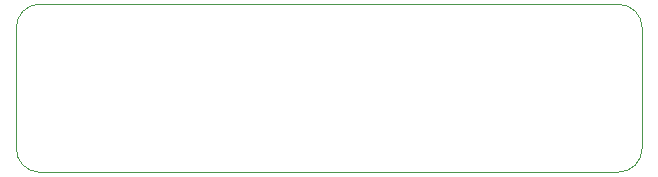
<source format=gbr>
%TF.GenerationSoftware,KiCad,Pcbnew,6.0.5-a6ca702e91~116~ubuntu22.04.1*%
%TF.CreationDate,2022-06-10T16:27:17-05:00*%
%TF.ProjectId,breadboard_psu_v1,62726561-6462-46f6-9172-645f7073755f,rev?*%
%TF.SameCoordinates,Original*%
%TF.FileFunction,Profile,NP*%
%FSLAX46Y46*%
G04 Gerber Fmt 4.6, Leading zero omitted, Abs format (unit mm)*
G04 Created by KiCad (PCBNEW 6.0.5-a6ca702e91~116~ubuntu22.04.1) date 2022-06-10 16:27:17*
%MOMM*%
%LPD*%
G01*
G04 APERTURE LIST*
%TA.AperFunction,Profile*%
%ADD10C,0.100000*%
%TD*%
G04 APERTURE END LIST*
D10*
X101440000Y-78732015D02*
X101440000Y-88900000D01*
X103378000Y-76708000D02*
X152407985Y-76708000D01*
X101440000Y-88900000D02*
G75*
G03*
X103370015Y-90932000I1981000J-51000D01*
G01*
X103378000Y-76708000D02*
G75*
G03*
X101440000Y-78732015I43000J-1981000D01*
G01*
X154440000Y-78739999D02*
G75*
G03*
X152407985Y-76708000I-2032000J-1D01*
G01*
X152400001Y-90932000D02*
G75*
G03*
X154440000Y-88900000I3999J2036000D01*
G01*
X103370015Y-90932000D02*
X152400001Y-90932000D01*
X154440000Y-78739999D02*
X154440000Y-88900000D01*
M02*

</source>
